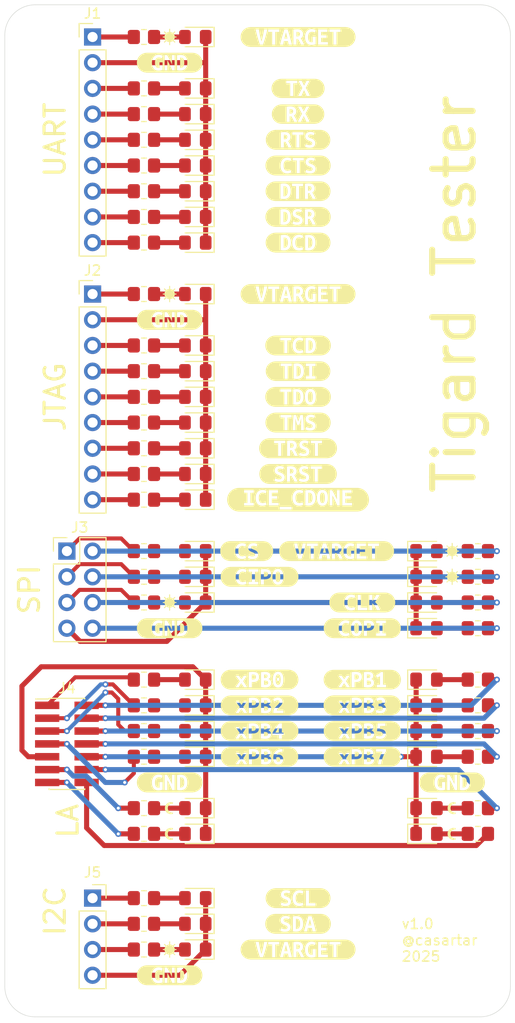
<source format=kicad_pcb>
(kicad_pcb (version 20240108) (generator "pcbnew") (generator_version "8.0")
  (title_block (title "Tigard Tester") (date "2025-01-11") (rev "v1.0") (company "@casartar"))
  (layers (0 "F.Cu" signal) (31 "B.Cu" signal) (34 "B.Paste" user) (35 "F.Paste" user) (36 "B.SilkS" user "B.Silkscreen") (37 "F.SilkS" user "F.Silkscreen") (38 "B.Mask" user) (39 "F.Mask" user) (44 "Edge.Cuts" user))
  (net 0 "")
  (net 1 "Net-(D1-A)")
  (net 2 "/UART_GND")
  (net 3 "Net-(D2-A)")
  (net 4 "Net-(D3-A)")
  (net 5 "Net-(D4-A)")
  (net 6 "Net-(D5-A)")
  (net 7 "Net-(D6-A)")
  (net 8 "Net-(D7-A)")
  (net 9 "Net-(D8-A)")
  (net 10 "Net-(D9-A)")
  (net 11 "/JTAG_GND")
  (net 12 "Net-(D10-A)")
  (net 13 "Net-(D11-A)")
  (net 14 "Net-(D12-A)")
  (net 15 "Net-(D13-A)")
  (net 16 "Net-(D14-A)")
  (net 17 "/SPI_GND")
  (net 18 "Net-(D15-A)")
  (net 19 "Net-(D16-A)")
  (net 20 "Net-(D17-A)")
  (net 21 "Net-(D18-A)")
  (net 22 "Net-(D19-A)")
  (net 23 "/SPI_GND_1")
  (net 24 "Net-(D20-A)")
  (net 25 "Net-(D21-A)")
  (net 26 "Net-(D22-A)")
  (net 27 "Net-(D23-A)")
  (net 28 "Net-(D24-A)")
  (net 29 "Net-(D25-A)")
  (net 30 "Net-(D26-A)")
  (net 31 "/I2C_GND")
  (net 32 "Net-(D27-A)")
  (net 33 "Net-(D28-A)")
  (net 34 "Net-(D29-A)")
  (net 35 "Net-(D30-A)")
  (net 36 "Net-(D31-A)")
  (net 37 "Net-(D32-A)")
  (net 38 "/SPI_GND_2")
  (net 39 "Net-(D33-A)")
  (net 40 "Net-(D34-A)")
  (net 41 "Net-(D35-A)")
  (net 42 "Net-(D36-A)")
  (net 43 "Net-(D37-A)")
  (net 44 "Net-(J1-Pin_6)")
  (net 45 "Net-(J1-Pin_1)")
  (net 46 "Net-(J1-Pin_5)")
  (net 47 "Net-(J1-Pin_4)")
  (net 48 "Net-(J1-Pin_8)")
  (net 49 "Net-(J1-Pin_3)")
  (net 50 "Net-(J2-Pin_8)")
  (net 51 "Net-(J2-Pin_7)")
  (net 52 "Net-(J2-Pin_1)")
  (net 53 "Net-(J2-Pin_3)")
  (net 54 "Net-(J2-Pin_4)")
  (net 55 "Net-(J2-Pin_5)")
  (net 56 "Net-(J2-Pin_6)")
  (net 57 "Net-(J4-Pin_4)")
  (net 58 "Net-(J4-Pin_3)")
  (net 59 "Net-(J4-Pin_5)")
  (net 60 "Net-(J4-Pin_8)")
  (net 61 "Net-(J4-Pin_1)")
  (net 62 "Net-(J4-Pin_7)")
  (net 63 "Net-(J4-Pin_6)")
  (net 64 "Net-(J5-Pin_2)")
  (net 65 "Net-(J5-Pin_3)")
  (net 66 "Net-(J5-Pin_1)")
  (net 67 "Net-(J3-Pin_4)")
  (net 68 "Net-(J3-Pin_3)")
  (net 69 "Net-(J3-Pin_5)")
  (net 70 "Net-(J3-Pin_8)")
  (net 71 "Net-(J3-Pin_1)")
  (net 72 "Net-(J3-Pin_6)")
  (net 73 "Net-(J1-Pin_9)")
  (net 74 "Net-(J1-Pin_7)")
  (net 75 "Net-(J2-Pin_9)")
  (net 76 "Net-(J3-Pin_2)")
  (net 77 "Net-(J4-Pin_2)")
  (net 78 "Net-(J4-Pin_13)")
  (net 79 "Net-(J4-Pin_11)")
  (net 80 "Net-(J4-Pin_14)")
  (net 81 "Net-(J4-Pin_12)")
  (net 82 "Net-(D38-A)")
  (footprint "Resistor_SMD:R_0805_2012Metric_Pad1.20x1.40mm_HandSolder" (layer "F.Cu") (at 144.78 114.3 180)
    (property "Reference" "R31" (hide yes))
    (property "Value" "1k" (hide yes))
  )
  (footprint "Resistor_SMD:R_0805_2012Metric_Pad1.20x1.40mm_HandSolder" (layer "F.Cu") (at 111.76 111.76 180)
    (property "Reference" "R28" (hide yes))
    (property "Value" "1k" (hide yes))
  )
  (footprint "LED_SMD:LED_0805_2012Metric_Pad1.15x1.40mm_HandSolder" (layer "F.Cu") (at 116.84 88.9 180)
    (property "Reference" "D16" (hide yes))
    (property "Value" "LED" (hide yes))
  )
  (footprint "MountingHole:MountingHole_3.2mm_M3" (layer "F.Cu") (at 145 137)
    (property "Reference" "H4" (hide yes))
    (property "Value" "MountingHole" (hide yes))
  )
  (footprint "Connector_PinHeader_2.54mm:PinHeader_2x04_P2.54mm_Vertical" (layer "F.Cu") (at 104.14 93.98)
    (property "Reference" "J3")
    (property "Value" "SPI")
  )
  (footprint "LED_SMD:LED_0805_2012Metric_Pad1.15x1.40mm_HandSolder" (layer "F.Cu") (at 116.84 96.52 180)
    (property "Reference" "D19" (hide yes))
    (property "Value" "LED" (hide yes))
  )
  (footprint "LED_SMD:LED_0805_2012Metric_Pad1.15x1.40mm_HandSolder" (layer "F.Cu") (at 116.84 78.74 180)
    (property "Reference" "D12" (hide yes))
    (property "Value" "LED" (hide yes))
  )
  (footprint "Resistor_SMD:R_0805_2012Metric_Pad1.20x1.40mm_HandSolder" (layer "F.Cu") (at 111.76 81.28)
    (property "Reference" "R13" (hide yes))
    (property "Value" "1k" (hide yes))
  )
  (footprint "kibuzzard-6782A18A" (layer "F.Cu") (at 114.3 101.6)
    (property "Reference" "kibuzzard-6782A18A" (hide yes))
    (property "Value" "G***" (hide yes))
  )
  (footprint "Resistor_SMD:R_0805_2012Metric_Pad1.20x1.40mm_HandSolder" (layer "F.Cu") (at 144.78 119.38 180)
    (property "Reference" "R33" (hide yes))
    (property "Value" "1k" (hide yes))
  )
  (footprint "Resistor_SMD:R_0805_2012Metric_Pad1.20x1.40mm_HandSolder" (layer "F.Cu") (at 111.76 60.96)
    (property "Reference" "R7" (hide yes))
    (property "Value" "1k" (hide yes))
  )
  (footprint "Resistor_SMD:R_0805_2012Metric_Pad1.20x1.40mm_HandSolder" (layer "F.Cu") (at 111.76 58.42)
    (property "Reference" "R6" (hide yes))
    (property "Value" "1k" (hide yes))
  )
  (footprint "LED_SMD:LED_0805_2012Metric_Pad1.15x1.40mm_HandSolder" (layer "F.Cu") (at 139.7 121.92)
    (property "Reference" "D35" (hide yes))
    (property "Value" "LED" (hide yes))
  )
  (footprint "Connector_PinHeader_2.54mm:PinHeader_1x09_P2.54mm_Vertical" (layer "F.Cu") (at 106.68 43.18)
    (property "Reference" "J1")
    (property "Value" "UART")
  )
  (footprint "LED_SMD:LED_0805_2012Metric_Pad1.15x1.40mm_HandSolder" (layer "F.Cu") (at 139.7 119.38)
    (property "Reference" "D33" (hide yes))
    (property "Value" "LED" (hide yes))
  )
  (footprint "LED_SMD:LED_0805_2012Metric_Pad1.15x1.40mm_HandSolder" (layer "F.Cu") (at 116.84 109.22 180)
    (property "Reference" "D26" (hide yes))
    (property "Value" "LED" (hide yes))
  )
  (footprint "kibuzzard-6782A158" (layer "F.Cu") (at 127 68.58)
    (property "Reference" "kibuzzard-6782A158" (hide yes))
    (property "Value" "G***" (hide yes))
  )
  (footprint "kibuzzard-6782A2E4" (layer "F.Cu") (at 127 88.9)
    (property "Reference" "kibuzzard-6782A2E4" (hide yes))
    (property "Value" "G***" (hide yes))
  )
  (footprint "kibuzzard-6782A1ED" (layer "F.Cu") (at 127 58.42)
    (property "Reference" "kibuzzard-6782A1ED" (hide yes))
    (property "Value" "G***" (hide yes))
  )
  (footprint "kibuzzard-6782A299" (layer "F.Cu") (at 127 81.28)
    (property "Reference" "kibuzzard-6782A299" (hide yes))
    (property "Value" "G***" (hide yes))
  )
  (footprint "kibuzzard-6782A92D" (layer "F.Cu") (at 133.35 101.6)
    (property "Reference" "kibuzzard-6782A92D" (hide yes))
    (property "Value" "G***" (hide yes))
  )
  (footprint "Resistor_SMD:R_0805_2012Metric_Pad1.20x1.40mm_HandSolder" (layer "F.Cu") (at 111.76 106.68 180)
    (property "Reference" "R24" (hide yes))
    (property "Value" "1k" (hide yes))
  )
  (footprint "kibuzzard-6782A691" (layer "F.Cu") (at 133.35 111.76)
    (property "Reference" "kibuzzard-6782A691" (hide yes))
    (property "Value" "G***" (hide yes))
  )
  (footprint "Resistor_SMD:R_0805_2012Metric_Pad1.20x1.40mm_HandSolder" (layer "F.Cu") (at 111.76 50.8)
    (property "Reference" "R3" (hide yes))
    (property "Value" "1k" (hide yes))
  )
  (footprint "kibuzzard-6782A158" (layer "F.Cu") (at 127 43.18)
    (property "Reference" "kibuzzard-6782A158" (hide yes))
    (property "Value" "G***" (hide yes))
  )
  (footprint "kibuzzard-6782A1AC" (layer "F.Cu") (at 127 48.26)
    (property "Reference" "kibuzzard-6782A1AC" (hide yes))
    (property "Value" "G***" (hide yes))
  )
  (footprint "kibuzzard-6782A18A" (layer "F.Cu") (at 114.3 71.12)
    (property "Reference" "kibuzzard-6782A18A" (hide yes))
    (property "Value" "G***" (hide yes))
  )
  (footprint "Resistor_SMD:R_0805_2012Metric_Pad1.20x1.40mm_HandSolder" (layer "F.Cu") (at 111.76 53.34)
    (property "Reference" "R4" (hide yes))
    (property "Value" "1k" (hide yes))
  )
  (footprint "Connector_PinHeader_2.54mm:PinHeader_1x09_P2.54mm_Vertical" (layer "F.Cu") (at 106.68 68.58)
    (property "Reference" "J2")
    (property "Value" "JTAG")
  )
  (footprint "Connector_PinSocket_2.54mm:PinSocket_1x04_P2.54mm_Vertical" (layer "F.Cu") (at 106.68 128.27)
    (property "Reference" "J5")
    (property "Value" "I2C")
  )
  (footprint "kibuzzard-6782A238" (layer "F.Cu") (at 127 73.66)
    (property "Reference" "kibuzzard-6782A238" (hide yes))
    (property "Value" "G***" (hide yes))
  )
  (footprint "Connector_PinHeader_1.27mm:PinHeader_2x07_P1.27mm_Vertical_SMD" (layer "F.Cu") (at 104.14 113.03)
    (property "Reference" "J4")
    (property "Value" "LA")
  )
  (footprint "Resistor_SMD:R_0805_2012Metric_Pad1.20x1.40mm_HandSolder" (layer "F.Cu") (at 111.76 68.58)
    (property "Reference" "R9" (hide yes))
    (property "Value" "1k" (hide yes))
  )
  (footprint "LED_SMD:LED_0805_2012Metric_Pad1.15x1.40mm_HandSolder" (layer "F.Cu") (at 116.84 106.68 180)
    (property "Reference" "D24" (hide yes))
    (property "Value" "LED" (hide yes))
  )
  (footprint "LED_SMD:LED_0805_2012Metric_Pad1.15x1.40mm_HandSolder" (layer "F.Cu") (at 116.84 68.58 180)
    (property "Reference" "D9" (hide yes))
    (property "Value" "LED" (hide yes))
  )
  (footprint "Resistor_SMD:R_0805_2012Metric_Pad1.20x1.40mm_HandSolder" (layer "F.Cu") (at 111.76 128.27)
    (property "Reference" "R36" (hide yes))
    (property "Value" "1k" (hide yes))
  )
  (footprint "Resistor_SMD:R_0805_2012Metric_Pad1.20x1.40mm_HandSolder" (layer "F.Cu") (at 111.765 99.06 180)
    (property "Reference" "R21" (hide yes))
    (property "Value" "1k" (hide yes))
  )
  (footprint "kibuzzard-6782A18A" (layer "F.Cu") (at 114.3 45.72)
    (property "Reference" "kibuzzard-6782A18A" (hide yes))
    (property "Value" "G***" (hide yes))
  )
  (footprint "Resistor_SMD:R_0805_2012Metric_Pad1.20x1.40mm_HandSolder" (layer "F.Cu") (at 111.76 119.38 180)
    (property "Reference" "R32" (hide yes))
    (property "Value" "1k" (hide yes))
  )
  (footprint "MountingHole:MountingHole_3.2mm_M3" (layer "F.Cu") (at 101 43)
    (property "Reference" "H1" (hide yes))
    (property "Value" "MountingHole" (hide yes))
  )
  (footprint "Resistor_SMD:R_0805_2012Metric_Pad1.20x1.40mm_HandSolder" (layer "F.Cu") (at 144.78 99.06 180)
    (property "Reference" "R22" (hide yes))
    (property "Value" "1k" (hide yes))
  )
  (footprint "Resistor_SMD:R_0805_2012Metric_Pad1.20x1.40mm_HandSolder" (layer "F.Cu") (at 111.76 55.88)
    (property "Reference" "R5" (hide yes))
    (property "Value" "1k" (hide yes))
  )
  (footprint "kibuzzard-6782A62E" (layer "F.Cu") (at 127 128.27)
    (property "Reference" "kibuzzard-6782A62E" (hide yes))
    (property "Value" "G***" (hide yes))
  )
  (footprint "LED_SMD:LED_0805_2012Metric_Pad1.15x1.40mm_HandSolder" (layer "F.Cu") (at 139.7 93.98)
    (property "Reference" "D18" (hide yes))
    (property "Value" "LED" (hide yes))
  )
  (footprint "kibuzzard-6782A697" (layer "F.Cu") (at 133.35 114.3)
    (property "Reference" "kibuzzard-6782A697" (hide yes))
    (property "Value" "G***" (hide yes))
  )
  (footprint "Resistor_SMD:R_0805_2012Metric_Pad1.20x1.40mm_HandSolder" (layer "F.Cu") (at 144.78 101.6 180)
    (property "Reference" "R23" (hide yes))
    (property "Value" "1k" (hide yes))
  )
  (footprint "LED_SMD:LED_0805_2012Metric_Pad1.15x1.40mm_HandSolder" (layer "F.Cu") (at 116.84 93.98 180)
    (property "Reference" "D17" (hide yes))
    (property "Value" "LED" (hide yes))
  )
  (footprint "kibuzzard-6782A18A" (layer "F.Cu") (at 114.3 135.89)
    (property "Reference" "kibuzzard-6782A18A" (hide yes))
    (property "Value" "G***" (hide yes))
  )
  (footprint "LED_SMD:LED_0805_2012Metric_Pad1.15x1.40mm_HandSolder" (layer "F.Cu") (at 116.84 119.38 180)
    (property "Reference" "D32" (hide yes))
    (property "Value" "LED" (hide yes))
  )
  (footprint "kibuzzard-6782A58D" (layer "F.Cu") (at 123.19 106.68)
    (property "Reference" "kibuzzard-6782A58D" (hide yes))
    (property "Value" "G***" (hide yes))
  )
  (footprint "Resistor_SMD:R_0805_2012Metric_Pad1.20x1.40mm_HandSolder" (layer "F.Cu") (at 111.76 78.74)
    (property "Reference" "R12" (hide yes))
    (property "Value" "1k" (hide yes))
  )
  (footprint "Resistor_SMD:R_0805_2012Metric_Pad1.20x1.40mm_HandSolder" (layer "F.Cu") (at 111.76 88.9)
    (property "Reference" "R16" (hide yes))
    (property "Value" "1k" (hide yes))
  )
  (footprint "LED_SMD:LED_0805_2012Metric_Pad1.15x1.40mm_HandSolder" (layer "F.Cu") (at 116.84 50.8 180)
    (property "Reference" "D3" (hide yes))
    (property "Value" "LED" (hide yes))
  )
  (footprint "Resistor_SMD:R_0805_2012Metric_Pad1.20x1.40mm_HandSolder" (layer "F.Cu") (at 144.78 109.22 180)
    (property "Reference" "R27" (hide yes))
    (property "Value" "1k" (hide yes))
  )
  (footprint "Resistor_SMD:R_0805_2012Metric_Pad1.20x1.40mm_HandSolder" (layer "F.Cu") (at 144.78 121.92 180)
    (property "Reference" "R35" (hide yes))
    (property "Value" "1k" (hide yes))
  )
  (footprint "LED_SMD:LED_0805_2012Metric_Pad1.15x1.40mm_HandSolder" (layer "F.Cu") (at 139.7 111.76)
    (property "Reference" "D29" (hide yes))
    (property "Value" "LED" (hide yes))
  )
  (footprint "kibuzzard-6782A5EC" (layer "F.Cu") (at 123.19 114.3)
    (property "Reference" "kibuzzard-6782A5EC" (hide yes))
    (property "Value" "G***" (hide yes))
  )
  (footprint "kibuzzard-6782A18A" (layer "F.Cu") (at 114.3 116.84)
    (property "Reference" "kibuzzard-6782A18A" (hide yes))
    (property "Value" "G***" (hide yes))
  )
  (footprint "LED_SMD:LED_0805_2012Metric_Pad1.15x1.40mm_HandSolder" (layer "F.Cu") (at 116.84 63.5 180)
    (property "Reference" "D8" (hide yes))
    (property "Value" "LED" (hide yes))
  )
  (footprint "LED_SMD:LED_0805_2012Metric_Pad1.15x1.40mm_HandSolder" (layer "F.Cu") (at 139.7 101.6)
    (property "Reference" "D23" (hide yes))
    (property "Value" "LED" (hide yes))
  )
  (footprint "kibuzzard-6782A63C" (layer "F.Cu") (at 127 133.35)
    (property "Reference" "kibuzzard-6782A63C" (hide yes))
    (property "Value" "G***" (hide yes))
  )
  (footprint "Resistor_SMD:R_0805_2012Metric_Pad1.20x1.40mm_HandSolder" (layer "F.Cu") (at 111.76 83.82)
    (property "Reference" "R14" (hide yes))
    (property "Value" "1k" (hide yes))
  )
  (footprint "LED_SMD:LED_0805_2012Metric_Pad1.15x1.40mm_HandSolder" (layer "F.Cu") (at 116.84 128.27 180)
    (property "Reference" "D36" (hide yes))
    (property "Value" "LED" (hide yes))
  )
  (footprint "MountingHole:MountingHole_3.2mm_M3" (layer "F.Cu") (at 101 137.16)
    (property "Reference" "H3" (hide yes))
    (property "Value" "MountingHole" (hide yes))
  )
  (footprint "LED_SMD:LED_0805_2012Metric_Pad1.15x1.40mm_HandSolder" (layer "F.Cu") (at 116.84 48.26 180)
    (property "Reference" "D2" (hide yes))
    (property "Value" "LED" (hide yes))
  )
  (footprint "LED_SMD:LED_0805_2012Metric_Pad1.15x1.40mm_HandSolder" (layer "F.Cu") (at 116.84 60.96 180)
    (property "Reference" "D7" (hide yes))
    (property "Value" "LED" (hide yes))
  )
  (footprint "kibuzzard-6782A2BB" (layer "F.Cu") (at 127 83.82)
    (property "Reference" "kibuzzard-6782A2BB" (hide yes))
    (property "Value" "G***" (hide yes))
  )
  (footprint "MountingHole:MountingHole_3.2mm_M3" (layer "F.Cu") (at 145 43)
    (property "Reference" "H2" (hide yes))
    (property "Value" "MountingHole" (hide yes))
  )
  (footprint "Resistor_SMD:R_0805_2012Metric_Pad1.20x1.40mm_HandSolder" (layer "F.Cu") (at 144.78 93.98 180)
    (property "Reference" "R18" (hide yes))
    (property "Value" "1k" (hide yes))
  )
  (footprint "kibuzzard-6782A68A" (layer "F.Cu") (at 133.35 109.22)
    (property "Reference" "kibuzzard-6782A68A" (hide yes))
    (property "Value" "G***" (hide yes))
  )
  (footprint "kibuzzard-6782A23E" (layer "F.Cu") (at 127 76.2)
    (property "Reference" "kibuzzard-6782A23E" (hide yes))
    (property "Value" "G***" (hide yes))
  )
  (footprint "kibuzzard-6782A158" (layer "F.Cu") (at 130.81 93.98)
    (property "Reference" "kibuzzard-6782A158" (hide yes))
    (property "Value" "G***" (hide yes))
  )
  (footprint "Resistor_SMD:R_0805_2012Metric_Pad1.20x1.40mm_HandSolder" (layer "F.Cu") (at 111.76 43.18)
    (property "Reference" "R1" (hide yes))
    (property "Value" "1k" (hide yes))
  )
  (footprint "kibuzzard-6782A342" (layer "F.Cu") (at 121.92 93.98)
    (property "Reference" "kibuzzard-6782A342" (hide yes))
    (property "Value" "G***" (hide yes))
  )
  (footprint "LED_SMD:LED_0805_2012Metric_Pad1.15x1.40mm_HandSolder" (layer "F.Cu") (at 116.84 81.28 180)
    (property "Reference" "D13" (hide yes))
    (property "Value" "LED" (hide yes))
  )
  (footprint "Resistor_SMD:R_0805_2012Metric_Pad1.20x1.40mm_HandSolder" (layer "F.Cu") (at 111.76 48.26)
    (property "Reference" "R2" (hide yes))
    (property "Value" "1k" (hide yes))
  )
  (footprint "kibuzzard-6782A593" (layer "F.Cu") (at 123.19 109.22)
    (property "Reference" "kibuzzard-6782A593" (hide yes))
    (property "Value" "G***" (hide yes))
  )
  (footprint "LED_SMD:LED_0805_2012Metric_Pad1.15x1.40mm_HandSolder" (layer "F.Cu") (at 116.84 76.2 180)
    (property "Reference" "D11" (hide yes))
    (property "Value" "LED" (hide yes))
  )
  (footprint "kibuzzard-6782A1B7" (layer "F.Cu") (at 127 50.8)
    (property "Reference" "kibuzzard-6782A1B7" (hide yes))
    (property "Value" "G***" (hide yes))
  )
  (footprint "LED_SMD:LED_0805_2012Metric_Pad1.15x1.40mm_HandSolder" (layer "F.Cu") (at 116.84 58.42 180)
    (property "Reference" "D6" (hide yes))
    (property "Value" "LED" (hide yes))
  )
  (footprint "LED_SMD:LED_0805_2012Metric_Pad1.15x1.40mm_HandSolder" (layer "F.Cu") (at 116.84 83.82 180)
    (property "Reference" "D14" (hide yes))
    (property "Value" "LED" (hide yes))
  )
  (footprint "LED_SMD:LED_0805_2012Metric_Pad1.15x1.40mm_HandSolder" (layer "F.Cu") (at 116.84 121.92 180)
    (property "Reference" "D34" (hide yes))
    (property "Value" "LED" (hide yes))
  )
  (footprint "Resistor_SMD:R_0805_2012Metric_Pad1.20x1.40mm_HandSolder" (layer "F.Cu") (at 111.76 93.98 180)
    (property "Reference" "R17" (hide yes))
    (property "Value" "1k" (hide yes))
  )
  (footprint "Resistor_SMD:R_0805_2012Metric_Pad1.20x1.40mm_HandSolder" (layer "F.Cu") (at 111.765 96.52 180)
    (property "Reference" "R19" (hide yes))
    (property "Value" "1k" (hide yes))
  )
  (footprint "kibuzzard-6782A685" (layer "F.Cu") (at 133.35 106.68)
    (property "Reference" "kibuzzard-6782A685" (hide yes))
    (property "Value" "G***" (hide yes))
  )
  (footprint "LED_SMD:LED_0805_2012Metric_Pad1.15x1.40mm_HandSolder" (layer "F.Cu") (at 116.84 86.36 180)
    (property "Reference" "D15" (hide yes))
    (property "Value" "LED" (hide yes))
  )
  (footprint "kibuzzard-6782A59C" (layer "F.Cu") (at 123.19 111.76)
    (property "Reference" "kibuzzard-6782A59C" (hide yes))
    (property "Value" "G***" (hide yes))
  )
  (footprint "LED_SMD:LED_0805_2012Metric_Pad1.15x1.40mm_HandSolder" (layer "F.Cu") (at 139.7 109.22)
    (property "Reference" "D27" (hide yes))
    (property "Value" "LED" (hide yes))
  )
  (footprint "Resistor_SMD:R_0805_2012Metric_Pad1.20x1.40mm_HandSolder" (layer "F.Cu") (at 111.76 114.3 180)
    (property "Reference" "R30" (hide yes))
    (property "Value" "1k" (hide yes))
  )
  (footprint "Resistor_SMD:R_0805_2012Metric_Pad1.20x1.40mm_HandSolder" (layer "F.Cu") (at 144.78 106.68 180)
    (property "Reference" "R25" (hide yes))
    (property "Value" "1k" (hide yes))
  )
  (footprint "LED_SMD:LED_0805_2012Metric_Pad1.15x1.40mm_HandSolder" (layer "F.Cu") (at 139.7 114.3)
    (property "Reference" "D31" (hide yes))
    (property "Value" "LED" (hide yes))
  )
  (footprint "LED_SMD:LED_0805_2012Metric_Pad1.15x1.40mm_HandSolder" (layer "F.Cu") (at 116.84 53.34 180)
    (property "Reference" "D4" (hide yes))
    (property "Value" "LED" (hide yes))
  )
  (footprint "kibuzzard-6782A18A" (layer "F.Cu") (at 142.24 116.84)
    (property "Reference" "kibuzzard-6782A18A" (hide yes))
    (property "Value" "G***" (hide yes))
  )
  (footprint "Resistor_SMD:R_0805_2012Metric_Pad1.20x1.40mm_HandSolder" (layer "F.Cu") (at 111.76 73.66)
    (property "Reference" "R10" (hide yes))
    (property "Value" "1k" (hide yes))
  )
  (footprint "Resistor_SMD:R_0805_2012Metric_Pad1.20x1.40mm_HandSolder" (layer "F.Cu") (at 144.78 111.76 180)
    (property "Reference" "R29" (hide yes))
    (property "Value" "1k" (hide yes))
  )
  (footprint "kibuzzard-6782A293" (layer "F.Cu") (at 127 78.74)
    (property "Reference" "kibuzzard-6782A293" (hide yes))
    (property "Value" "G***" (hide yes))
  )
  (footprint "LED_SMD:LED_0805_2012Metric_Pad1.15x1.40mm_HandSolder" (layer "F.Cu") (at 116.84 43.18 180)
    (property "Reference" "D1" (hide yes))
    (property "Value" "LED" (hide yes))
  )
  (footprint "LED_SMD:LED_0805_2012Metric_Pad1.15x1.40mm_HandSolder" (layer "F.Cu") (at 139.7 96.52)
    (property "Reference" "D20" (hide yes))
    (property "Value" "LED" (hide yes))
  )
  (footprint "Resistor_SMD:R_0805_2012Metric_Pad1.20x1.40mm_HandSolder" (layer "F.Cu") (at 111.76 130.81)
    (property "Reference" "R37" (hide yes))
    (property "Value" "1k" (hide yes))
  )
  (footprint "Resistor_SMD:R_0805_2012Metric_Pad1.20x1.40mm_HandSolder" (layer "F.Cu") (at 111.76 76.2)
    (property "Reference" "R11" (hide yes))
    (property "Value" "1k" (hide yes))
  )
  (footprint "kibuzzard-6782A634" (layer "F.Cu") (at 127 130.81)
    (property "Reference" "kibuzzard-6782A634" (hide yes))
    (property "Value" "G***" (hide yes))
  )
  (footprint "Resistor_SMD:R_0805_2012Metric_Pad1.20x1.40mm_HandSolder" (layer "F.Cu") (at 111.76 63.5)
    (property "Reference" "R8" (hide yes))
    (property "Value" "1k" (hide yes))
  )
  (footprint "Resistor_SMD:R_0805_2012Metric_Pad1.20x1.40mm_HandSolder" (layer "F.Cu") (at 111.76 133.35)
    (property "Reference" "R38" (hide yes))
    (property "Value" "1k" (hide yes))
  )
  (footprint "Resistor_SMD:R_0805_2012Metric_Pad1.20x1.40mm_HandSolder" (layer "F.Cu") (at 111.76 109.22 180)
    (property "Reference" "R26" (hide yes))
    (property "Value" "1k" (hide yes))
  )
  (footprint "LED_SMD:LED_0805_2012Metric_Pad1.15x1.40mm_HandSolder" (layer "F.Cu") (at 139.7 106.68)
    (property "Reference" "D25" (hide yes))
    (property "Value" "LED" (hide yes))
  )
  (footprint "Resistor_SMD:R_0805_2012Metric_Pad1.20x1.40mm_HandSolder" (layer "F.Cu") (at 144.78 96.52 180)
    (property "Reference" "R20" (hide yes))
    (property "Value" "1k" (hide yes))
  )
  (footprint "kibuzzard-6782A1FC" (layer "F.Cu") (at 127 60.96)
    (property "Reference" "kibuzzard-6782A1FC" (hide yes))
    (property "Value" "G***" (hide yes))
  )
  (footprint "kibuzzard-6782A20A" (layer "F.Cu") (at 127 63.5)
    (property "Reference" "kibuzzard-6782A20A" (hide yes))
    (property "Value" "G***" (hide yes))
  )
  (footprint "LED_SMD:LED_0805_2012Metric_Pad1.15x1.40mm_HandSolder" (layer "F.Cu") (at 116.84 55.88 180)
    (property "Reference" "D5" (hide yes))
    (property "Value" "LED" (hide yes))
  )
  (footprint "kibuzzard-6782A1C4" (layer "F.Cu") (at 127 53.34)
    (property "Reference" "kibuzzard-6782A1C4" (hide yes))
    (property "Value" "G***" (hide yes))
  )
  (footprint "kibuzzard-6782A2CB" (layer "F.Cu") (at 127 86.36)
    (property "Reference" "kibuzzard-6782A2CB" (hide yes))
    (property "Value" "G***" (hide yes))
  )
  (footprint "LED_SMD:LED_0805_2012Metric_Pad1.15x1.40mm_HandSolder" (layer "F.Cu") (at 139.7 99.06)
    (property "Reference" "D22" (hide yes))
    (property "Value" "LED" (hide yes))
  )
  (footprint "kibuzzard-6782A349" (layer "F.Cu") (at 123.19 96.52)
    (property "Reference" "kibuzzard-6782A349" (hide yes))
    (property "Value" "G***" (hide yes))
  )
  (footprint "LED_SMD:LED_0805_2012Metric_Pad1.15x1.40mm_HandSolder" (layer "F.Cu") (at 116.84 111.76 180)
    (property "Reference" "D28" (hide yes))
    (property "Value" "LED" (hide yes))
  )
  (footprint "LED_SMD:LED_0805_2012Metric_Pad1.15x1.40mm_HandSolder" (layer "F.Cu") (at 116.84 114.3 180)
    (property "Reference" "D30" (hide yes))
    (property "Value" "LED" (hide yes))
  )
  (footprint "LED_SMD:LED_0805_2012Metric_Pad1.15x1.40mm_HandSolder" (layer "F.Cu") (at 116.84 99.06 180)
    (property "Reference" "D21" (hide yes))
    (property "Value" "LED" (hide yes))
  )
  (footprint "Resistor_SMD:R_0805_2012Metric_Pad1.20x1.40mm_HandSolder" (layer "F.Cu") (at 111.76 121.92 180)
    (property "Reference" "R34" (hide yes))
    (property "Value" "1k" (hide yes))
  )
  (footprint "Resistor_SMD:R_0805_2012Metric_Pad1.20x1.40mm_HandSolder" (layer "F.Cu") (at 111.76 86.36)
    (property "Reference" "R15" (hide yes))
    (property "Value" "1k" (hide yes))
  )
  (footprint "LED_SMD:LED_0805_2012Metric_Pad1.15x1.40mm_HandSolder" (layer "F.Cu") (at 116.84 133.35 180)
    (property "Reference" "D38" (hide yes))
    (property "Value" "LED" (hide yes))
  )
  (footprint "LED_SMD:LED_0805_2012Metric_Pad1.15x1.40mm_HandSolder" (layer "F.Cu") (at 116.84 130.81 180)
    (property "Reference" "D37" (hide yes))
    (property "Value" "LED" (hide yes))
  )
  (footprint "LED_SMD:LED_0805_2012Metric_Pad1.15x1.40mm_HandSolder" (layer "F.Cu") (at 116.84 73.66 180)
    (property "Reference" "D10" (hide yes))
    (property "Value" "LED" (hide yes))
  )
  (footprint "kibuzzard-6782A1D3" (layer "F.Cu") (at 127 55.88)
    (property "Reference" "kibuzzard-6782A1D3" (hide yes))
    (property "Value" "G***" (hide yes))
  )
  (footprint "kibuzzard-6782A90E" (layer "F.Cu") (at 133.35 99.06)
    (property "Reference" "kibuzzard-6782A90E" (hide yes))
    (property "Value" "G***" (hide yes))
  )
  (gr_line (start 142.24 94.742) (end 142.24 93.98) (stroke (width 0.1)) (layer "F.SilkS"))
  (gr_arc (start 142.509636 122.428) (mid 142.001636 121.92) (end 142.509636 121.412) (stroke (width 0.15)) (layer "F.SilkS"))
  (gr_line (start 113.792 69.088) (end 114.3 68.58) (stroke (width 0.1)) (layer "F.SilkS"))
  (gr_line (start 113.792 99.568) (end 114.3 99.06) (stroke (width 0.1)) (layer "F.SilkS"))
  (gr_circle (center 114.3 99.06) (end 114.757905 99.06) (stroke (width 0.1)) (fill solid) (layer "F.SilkS"))
  (gr_line (start 114.3 68.58) (end 113.665 68.58) (stroke (width 0.1)) (layer "F.SilkS"))
  (gr_circle (center 114.3 68.58) (end 114.757905 68.58) (stroke (width 0.1)) (fill solid) (layer "F.SilkS"))
  (gr_line (start 114.3 43.942) (end 114.3 43.18) (stroke (width 0.1)) (layer "F.SilkS"))
  (gr_line (start 142.24 93.98) (end 142.875 93.98) (stroke (width 0.1)) (layer "F.SilkS"))
  (gr_line (start 114.3 99.822) (end 114.3 99.06) (stroke (width 0.1)) (layer "F.SilkS"))
  (gr_line (start 114.3 68.58) (end 113.792 69.088) (stroke (width 0.1)) (layer "F.SilkS"))
  (gr_circle (center 142.24 93.98) (end 142.697905 93.98) (stroke (width 0.1)) (fill solid) (layer "F.SilkS"))
  (gr_arc (start 114.554 122.428) (mid 114.046 121.92) (end 114.554 121.412) (stroke (width 0.15)) (layer "F.SilkS"))
  (gr_line (start 114.3 43.18) (end 114.808 42.672) (stroke (width 0.1)) (layer "F.SilkS"))
  (gr_line (start 142.24 93.98) (end 142.748 93.472) (stroke (width 0.1)) (layer "F.SilkS"))
  (gr_line (start 114.3 133.35) (end 113.792 133.858) (stroke (width 0.1)) (layer "F.SilkS"))
  (gr_line (start 114.3 99.06) (end 114.808 98.552) (stroke (width 0.1)) (layer "F.SilkS"))
  (gr_line (start 141.732 97.028) (end 142.24 96.52) (stroke (width 0.1)) (layer "F.SilkS"))
  (gr_line (start 114.3 133.35) (end 114.935 133.35) (stroke (width 0.1)) (layer "F.SilkS"))
  (gr_line (start 114.3 69.342) (end 114.3 68.58) (stroke (width 0.1)) (layer "F.SilkS"))
  (gr_circle (center 114.3 133.35) (end 114.757905 133.35) (stroke (width 0.1)) (fill solid) (layer "F.SilkS"))
  (gr_line (start 114.3 98.298) (end 114.3 99.06) (stroke (width 0.1)) (layer "F.SilkS"))
  (gr_line (start 114.3 68.58) (end 114.935 68.58) (stroke (width 0.1)) (layer "F.SilkS"))
  (gr_line (start 141.732 94.488) (end 142.24 93.98) (stroke (width 0.1)) (layer "F.SilkS"))
  (gr_line (start 114.3 134.112) (end 114.3 133.35) (stroke (width 0.1)) (layer "F.SilkS"))
  (gr_line (start 114.3 43.18) (end 113.665 43.18) (stroke (width 0.1)) (layer "F.SilkS"))
  (gr_line (start 114.3 68.58) (end 114.808 69.088) (stroke (width 0.1)) (layer "F.SilkS"))
  (gr_line (start 141.732 93.472) (end 142.24 93.98) (stroke (width 0.1)) (layer "F.SilkS"))
  (gr_line (start 114.3 67.818) (end 114.3 68.58) (stroke (width 0.1)) (layer "F.SilkS"))
  (gr_arc (start 114.554 119.888) (mid 114.046 119.38) (end 114.554 118.872) (stroke (width 0.15)) (layer "F.SilkS"))
  (gr_line (start 142.24 96.52) (end 141.605 96.52) (stroke (width 0.1)) (layer "F.SilkS"))
  (gr_line (start 114.3 42.418) (end 114.3 43.18) (stroke (width 0.1)) (layer "F.SilkS"))
  (gr_line (start 114.3 132.588) (end 114.3 133.35) (stroke (width 0.1)) (layer "F.SilkS"))
  (gr_line (start 113.792 68.072) (end 114.3 68.58) (stroke (width 0.1)) (layer "F.SilkS"))
  (gr_line (start 114.3 98.602095) (end 114.3 98.298) (stroke (width 0.1)) (layer "F.SilkS"))
  (gr_line (start 114.3 99.06) (end 113.665 99.06) (stroke (width 0.1)) (layer "F.SilkS"))
  (gr_line (start 114.3 43.18) (end 113.792 43.688) (stroke (width 0.1)) (layer "F.SilkS"))
  (gr_line (start 114.3 68.58) (end 113.792 68.072) (stroke (width 0.1)) (layer "F.SilkS"))
  (gr_line (start 114.3 43.18) (end 114.935 43.18) (stroke (width 0.1)) (layer "F.SilkS"))
  (gr_line (start 142.24 95.758) (end 142.24 96.52) (stroke (width 0.1)) (layer "F.SilkS"))
  (gr_line (start 114.3 68.58) (end 114.808 68.072) (stroke (width 0.1)) (layer "F.SilkS"))
  (gr_arc (start 142.509636 119.888) (mid 142.001636 119.38) (end 142.509636 118.872) (stroke (width 0.15)) (layer "F.SilkS"))
  (gr_arc (start 142.509636 122.428) (mid 141.859 121.92) (end 142.509636 121.412) (stroke (width 0.15)) (layer "F.SilkS"))
  (gr_arc (start 114.554 122.428) (mid 113.903364 121.92) (end 114.554 121.412) (stroke (width 0.15)) (layer "F.SilkS"))
  (gr_line (start 114.3 99.06) (end 113.792 99.568) (stroke (width 0.1)) (layer "F.SilkS"))
  (gr_line (start 142.24 93.98) (end 141.732 94.488) (stroke (width 0.1)) (layer "F.SilkS"))
  (gr_line (start 142.24 93.98) (end 141.732 93.472) (stroke (width 0.1)) (layer "F.SilkS"))
  (gr_line (start 114.3 133.35) (end 113.792 132.842) (stroke (width 0.1)) (layer "F.SilkS"))
  (gr_circle (center 114.3 43.18) (end 114.757905 43.18) (stroke (width 0.1)) (fill solid) (layer "F.SilkS"))
  (gr_line (start 113.792 43.688) (end 114.3 43.18) (stroke (width 0.1)) (layer "F.SilkS"))
  (gr_line (start 142.24 93.98) (end 141.605 93.98) (stroke (width 0.1)) (layer "F.SilkS"))
  (gr_line (start 142.24 97.282) (end 142.24 96.52) (stroke (width 0.1)) (layer "F.SilkS"))
  (gr_line (start 142.24 93.98) (end 142.748 94.488) (stroke (width 0.1)) (layer "F.SilkS"))
  (gr_line (start 142.24 93.218) (end 142.24 93.98) (stroke (width 0.1)) (layer "F.SilkS"))
  (gr_line (start 142.24 96.52) (end 141.732 96.012) (stroke (width 0.1)) (layer "F.SilkS"))
  (gr_line (start 142.24 96.52) (end 142.875 96.52) (stroke (width 0.1)) (layer "F.SilkS"))
  (gr_line (start 113.792 133.858) (end 114.3 133.35) (stroke (width 0.1)) (layer "F.SilkS"))
  (gr_line (start 141.732 96.012) (end 142.24 96.52) (stroke (width 0.1)) (layer "F.SilkS"))
  (gr_line (start 114.3 42.722095) (end 114.3 42.418) (stroke (width 0.1)) (layer "F.SilkS"))
  (gr_arc (start 142.509636 119.888) (mid 141.859 119.38) (end 142.509636 118.872) (stroke (width 0.15)) (layer "F.SilkS"))
  (gr_line (start 114.3 68.122095) (end 114.3 67.818) (stroke (width 0.1)) (layer "F.SilkS"))
  (gr_line (start 114.3 99.06) (end 113.792 98.552) (stroke (width 0.1)) (layer "F.SilkS"))
  (gr_line (start 113.792 132.842) (end 114.3 133.35) (stroke (width 0.1)) (layer "F.SilkS"))
  (gr_arc (start 114.554 119.888) (mid 113.903364 119.38) (end 114.554 118.872) (stroke (width 0.15)) (layer "F.SilkS"))
  (gr_line (start 114.3 43.18) (end 114.808 43.688) (stroke (width 0.1)) (layer "F.SilkS"))
  (gr_line (start 113.792 42.672) (end 114.3 43.18) (stroke (width 0.1)) (layer "F.SilkS"))
  (gr_circle (center 142.24 96.52) (end 142.697905 96.52) (stroke (width 0.1)) (fill solid) (layer "F.SilkS"))
  (gr_line (start 142.24 96.52) (end 142.748 96.012) (stroke (width 0.1)) (layer "F.SilkS"))
  (gr_line (start 113.792 98.552) (end 114.3 99.06) (stroke (width 0.1)) (layer "F.SilkS"))
  (gr_line (start 114.3 99.06) (end 114.808 99.568) (stroke (width 0.1)) (layer "F.SilkS"))
  (gr_line (start 114.3 133.35) (end 114.808 132.842) (stroke (width 0.1)) (layer "F.SilkS"))
  (gr_line (start 142.24 96.52) (end 141.732 97.028) (stroke (width 0.1)) (layer "F.SilkS"))
  (gr_line (start 114.3 99.06) (end 114.935 99.06) (stroke (width 0.1)) (layer "F.SilkS"))
  (gr_line (start 114.3 43.18) (end 113.792 42.672) (stroke (width 0.1)) (layer "F.SilkS"))
  (gr_line (start 114.3 133.35) (end 114.808 133.858) (stroke (width 0.1)) (layer "F.SilkS"))
  (gr_line (start 114.3 133.35) (end 113.665 133.35) (stroke (width 0.1)) (layer "F.SilkS"))
  (gr_line (start 114.3 132.892095) (end 114.3 132.588) (stroke (width 0.1)) (layer "F.SilkS"))
  (gr_line (start 142.24 96.062095) (end 142.24 95.758) (stroke (width 0.1)) (layer "F.SilkS"))
  (gr_line (start 142.24 96.52) (end 142.748 97.028) (stroke (width 0.1)) (layer "F.SilkS"))
  (gr_line (start 142.24 93.522095) (end 142.24 93.218) (stroke (width 0.1)) (layer "F.SilkS"))
  (gr_arc (start 101 140) (mid 98.87868 139.12132) (end 98 137) (stroke (width 0.05)) (layer "Edge.Cuts"))
  (gr_arc (start 148 137) (mid 147.12132 139.12132) (end 145 140) (stroke (width 0.05)) (layer "Edge.Cuts"))
  (gr_line (start 148 137) (end 148 43) (stroke (width 0.05)) (layer "Edge.Cuts"))
  (gr_arc (start 145 40) (mid 147.12132 40.87868) (end 148 43) (stroke (width 0.05)) (layer "Edge.Cuts"))
  (gr_line (start 145 40) (end 101 40) (stroke (width 0.05)) (layer "Edge.Cuts"))
  (gr_line (start 98 43) (end 98 137) (stroke (width 0.05)) (layer "Edge.Cuts"))
  (gr_arc (start 98 43) (mid 98.87868 40.87868) (end 101 40) (stroke (width 0.05)) (layer "Edge.Cuts"))
  (gr_line (start 101 140) (end 145 140) (stroke (width 0.05)) (layer "Edge.Cuts"))
  (gr_text "v1.0\n@casartar\n2025" (at 137.16 134.62 0) (layer "F.SilkS") (effects (font (size 1 1)) (justify left bottom)))
  (gr_text "I2C" (at 104.14 129.54 90) (layer "F.SilkS") (effects (font (size 2 2) (thickness 0.3)) (justify bottom)))
  (gr_text "Tigard Tester" (at 144.78 68.58 90) (layer "F.SilkS") (effects (font (size 4 4) (thickness 0.6)) (justify bottom)))
  (gr_text "JTAG" (at 104.14 78.74 90) (layer "F.SilkS") (effects (font (size 2 2) (thickness 0.3)) (justify bottom)))
  (gr_text "SPI" (at 101.6 97.79 90) (layer "F.SilkS") (effects (font (size 2 2) (thickness 0.3)) (justify bottom)))
  (gr_text "UART" (at 104.14 53.34 90) (layer "F.SilkS") (effects (font (size 2 2) (thickness 0.3)) (justify bottom)))
  (gr_text "LA" (at 105.41 120.65 90) (layer "F.SilkS") (effects (font (size 2 2) (thickness 0.3)) (justify bottom)))
  (segment (start 112.76 43.18) (end 115.815 43.18) (width 0.5) (layer "F.Cu") (net 1))
  (segment (start 117.865 43.18) (end 117.865 45.72) (width 0.5) (layer "F.Cu") (net 2))
  (segment (start 117.865 45.72) (end 117.865 63.5) (width 0.5) (layer "F.Cu") (net 2))
  (segment (start 106.68 45.72) (end 117.865 45.72) (width 0.5) (layer "F.Cu") (net 2))
  (segment (start 112.76 48.26) (end 115.815 48.26) (width 0.5) (layer "F.Cu") (net 3))
  (segment (start 112.76 50.8) (end 115.815 50.8) (width 0.5) (layer "F.Cu") (net 4))
  (segment (start 112.76 53.34) (end 115.815 53.34) (width 0.5) (layer "F.Cu") (net 5))
  (segment (start 112.76 55.88) (end 115.815 55.88) (width 0.5) (layer "F.Cu") (net 6))
  (segment (start 112.76 58.42) (end 115.815 58.42) (width 0.5) (layer "F.Cu") (net 7))
  (segment (start 112.76 60.96) (end 115.815 60.96) (width 0.5) (layer "F.Cu") (net 8))
  (segment (start 112.76 63.5) (end 115.815 63.5) (width 0.5) (layer "F.Cu") (net 9))
  (segment (start 112.76 68.58) (end 115.815 68.58) (width 0.5) (layer "F.Cu") (net 10))
  (segment (start 117.865 68.58) (end 117.865 71.12) (width 0.5) (layer "F.Cu") (net 11))
  (segment (start 117.865 71.12) (end 117.865 88.9) (width 0.5) (layer "F.Cu") (net 11))
  (segment (start 106.68 71.12) (end 117.865 71.12) (width 0.5) (layer "F.Cu") (net 11))
  (segment (start 112.76 73.66) (end 115.815 73.66) (width 0.5) (layer "F.Cu") (net 12))
  (segment (start 112.76 76.2) (end 115.815 76.2) (width 0.5) (layer "F.Cu") (net 13))
  (segment (start 112.76 78.74) (end 115.815 78.74) (width 0.5) (layer "F.Cu") (net 14))
  (segment (start 112.76 81.28) (end 115.815 81.28) (width 0.5) (layer "F.Cu") (net 15))
  (segment (start 112.76 83.82) (end 115.815 83.82) (width 0.5) (layer "F.Cu") (net 16))
  (segment (start 105.44 102.9) (end 114.025 102.9) (width 0.5) (layer "F.Cu") (net 17))
  (segment (start 117.865 99.06) (end 138.675 99.06) (width 0.5) (layer "F.Cu") (net 17))
  (segment (start 138.675 93.98) (end 138.675 101.6) (width 0.5) (layer "F.Cu") (net 17))
  (segment (start 104.14 101.6) (end 105.44 102.9) (width 0.5) (layer "F.Cu") (net 17))
  (segment (start 117.865 93.98) (end 117.865 99.06) (width 0.5) (layer "F.Cu") (net 17))
  (segment (start 114.025 102.9) (end 117.865 99.06) (width 0.5) (layer "F.Cu") (net 17))
  (segment (start 112.76 86.36) (end 115.815 86.36) (width 0.5) (layer "F.Cu") (net 18))
  (segment (start 112.76 88.9) (end 115.815 88.9) (width 0.5) (layer "F.Cu") (net 19))
  (segment (start 112.76 93.98) (end 115.815 93.98) (width 0.5) (layer "F.Cu") (net 20))
  (segment (start 140.725 93.98) (end 143.78 93.98) (width 0.5) (layer "F.Cu") (net 21))
  (segment (start 112.765 96.52) (end 115.815 96.52) (width 0.5) (layer "F.Cu") (net 22))
  (segment (start 138.675 121.92) (end 138.675 114.173) (width 0.5) (layer "F.Cu") (net 23))
  (segment (start 106.09 114.3) (end 107.95 114.3) (width 0.5) (layer "F.Cu") (net 23))
  (segment (start 138.675 106.68) (end 138.675 114.173) (width 0.5) (layer "F.Cu") (net 23))
  (segment (start 137.16 114.3) (end 138.675 114.3) (width 0.5) (layer "F.Cu") (net 23))
  (via (at 137.16 114.3) (size 0.6) (drill 0.3) (layers "F.Cu" "B.Cu") (net 23))
  (via (at 107.95 114.3) (size 0.6) (drill 0.3) (layers "F.Cu" "B.Cu") (net 23))
  (segment (start 107.95 114.3) (end 137.16 114.3) (width 0.5) (layer "B.Cu") (net 23))
  (segment (start 140.725 96.52) (end 143.78 96.52) (width 0.5) (layer "F.Cu") (net 24))
  (segment (start 112.765 99.06) (end 115.815 99.06) (width 0.5) (layer "F.Cu") (net 25))
  (segment (start 140.725 99.06) (end 143.78 99.06) (width 0.5) (layer "F.Cu") (net 26))
  (segment (start 140.725 101.6) (end 143.78 101.6) (width 0.5) (layer "F.Cu") (net 27))
  (segment (start 112.76 106.68) (end 115.815 106.68) (width 0.5) (layer "F.Cu") (net 28))
  (segment (start 140.725 106.68) (end 143.78 106.68) (width 0.5) (layer "F.Cu") (net 29))
  (segment (start 112.76 109.22) (end 115.815 109.22) (width 0.5) (layer "F.Cu") (net 30))
  (segment (start 106.68 135.89) (end 115.325 135.89) (width 0.5) (layer "F.Cu") (net 31))
  (segment (start 115.325 135.89) (end 117.865 133.35) (width 0.5) (layer "F.Cu") (net 31))
  (segment (start 117.865 128.27) (end 117.865 133.35) (width 0.5) (layer "F.Cu") (net 31))
  (segment (start 140.725 109.22) (end 143.78 109.22) (width 0.5) (layer "F.Cu") (net 32))
  (segment (start 112.76 111.76) (end 115.815 111.76) (width 0.5) (layer "F.Cu") (net 33))
  (segment (start 140.725 111.76) (end 143.78 111.76) (width 0.5) (layer "F.Cu") (net 34))
  (segment (start 112.76 114.3) (end 115.815 114.3) (width 0.5) (layer "F.Cu") (net 35))
  (segment (start 140.725 114.3) (end 143.78 114.3) (width 0.5) (layer "F.Cu") (net 36))
  (segment (start 112.76 119.38) (end 115.815 119.38) (width 0.5) (layer "F.Cu") (net 37))
  (segment (start 102.19 114.3) (end 100.33 114.3) (width 0.5) (layer "F.Cu") (net 38))
  (segment (start 116.595 105.41) (end 117.865 106.68) (width 0.5) (layer "F.Cu") (net 38))
  (segment (start 99.695 113.665) (end 99.695 107.315) (width 0.5) (layer "F.Cu") (net 38))
  (segment (start 100.33 114.3) (end 99.695 113.665) (width 0.5) (layer "F.Cu") (net 38))
  (segment (start 101.6 105.41) (end 116.595 105.41) (width 0.5) (layer "F.Cu") (net 38))
  (segment (start 99.695 107.315) (end 101.6 105.41) (width 0.5) (layer "F.Cu") (net 38))
  (segment (start 117.865 106.68) (end 117.865 121.92) (width 0.5) (layer "F.Cu") (net 38))
  (segment (start 140.725 119.38) (end 143.78 119.38) (width 0.5) (layer "F.Cu") (net 39))
  (segment (start 112.76 121.92) (end 115.815 121.92) (width 0.5) (layer "F.Cu") (net 40))
  (segment (start 140.725 121.92) (end 143.78 121.92) (width 0.5) (layer "F.Cu") (net 41))
  (segment (start 112.76 128.27) (end 115.815 128.27) (width 0.5) (layer "F.Cu") (net 42))
  (segment (start 112.76 130.81) (end 115.815 130.81) (width 0.5) (layer "F.Cu") (net 43))
  (segment (start 106.68 55.88) (end 110.76 55.88) (width 0.5) (layer "F.Cu") (net 44))
  (segment (start 106.68 43.18) (end 110.76 43.18) (width 0.5) (layer "F.Cu") (net 45))
  (segment (start 106.68 53.34) (end 110.76 53.34) (width 0.5) (layer "F.Cu") (net 46))
  (segment (start 106.68 50.8) (end 110.76 50.8) (width 0.5) (layer "F.Cu") (net 47))
  (segment (start 106.68 60.96) (end 110.76 60.96) (width 0.5) (layer "F.Cu") (net 48))
  (segment (start 106.68 48.26) (end 110.76 48.26) (width 0.5) (layer "F.Cu") (net 49))
  (segment (start 106.68 86.36) (end 110.76 86.36) (width 0.5) (layer "F.Cu") (net 50))
  (segment (start 106.68 83.82) (end 110.76 83.82) (width 0.5) (layer "F.Cu") (net 51))
  (segment (start 106.68 68.58) (end 110.76 68.58) (width 0.5) (layer "F.Cu") (net 52))
  (segment (start 106.68 73.66) (end 110.76 73.66) (width 0.5) (layer "F.Cu") (net 53))
  (segment (start 106.68 76.2) (end 110.76 76.2) (width 0.5) (layer "F.Cu") (net 54))
  (segment (start 106.68 78.74) (end 110.76 78.74) (width 0.5) (layer "F.Cu") (net 55))
  (segment (start 106.68 81.28) (end 110.76 81.28) (width 0.5) (layer "F.Cu") (net 56))
  (segment (start 145.78 109.22) (end 146.66 109.22) (width 0.5) (layer "F.Cu") (net 57))
  (segment (start 106.09 110.49) (end 107.95 110.49) (width 0.5) (layer "F.Cu") (net 57))
  (via (at 146.66 109.22) (size 0.6) (drill 0.3) (layers "F.Cu" "B.Cu") (net 57))
  (via (at 107.95 110.49) (size 0.6) (drill 0.3) (layers "F.Cu" "B.Cu") (net 57))
  (segment (start 145.39 110.49) (end 146.66 109.22) (width 0.5) (layer "B.Cu") (net 57))
  (segment (start 107.95 110.49) (end 145.39 110.49) (width 0.5) (layer "B.Cu") (net 57))
  (segment (start 109.0375 107.4975) (end 108.855 107.315) (width 0.4) (layer "F.Cu") (net 58))
  (segment (start 102.19 110.49) (end 104.14 110.49) (width 0.4) (layer "F.Cu") (net 58))
  (segment (start 110.76 109.22) (end 109.0375 107.4975) (width 0.4) (layer "F.Cu") (net 58))
  (segment (start 108.689997 107.149997) (end 107.95 107.149997) (width 0.4) (layer "F.Cu") (net 58))
  (segment (start 109.0375 107.4975) (end 108.689997 107.149997) (width 0.4) (layer "F.Cu") (net 58))
  (via (at 107.95 107.149997) (size 0.6) (drill 0.3) (layers "F.Cu" "B.Cu") (net 58))
  (via (at 104.14 110.49) (size 0.6) (drill 0.3) (layers "F.Cu" "B.Cu") (net 58))
  (segment (start 104.14 110.49) (end 107.480003 107.149997) (width 0.4) (layer "B.Cu") (net 58))
  (segment (start 107.480003 107.149997) (end 107.95 107.149997) (width 0.4) (layer "B.Cu") (net 58))
  (segment (start 109.22 108.585) (end 108.585 107.95) (width 0.4) (layer "F.Cu") (net 59))
  (segment (start 109.22 111.125) (end 109.22 108.585) (width 0.4) (layer "F.Cu") (net 59))
  (segment (start 109.855 111.76) (end 109.22 111.125) (width 0.4) (layer "F.Cu") (net 59))
  (segment (start 110.76 111.76) (end 109.855 111.76) (width 0.4) (layer "F.Cu") (net 59))
  (segment (start 108.585 107.95) (end 107.95 107.95) (width 0.4) (layer "F.Cu") (net 59))
  (segment (start 102.19 111.76) (end 104.14 111.76) (width 0.4) (layer "F.Cu") (net 59))
  (via (at 104.14 111.76) (size 0.6) (drill 0.3) (layers "F.Cu" "B.Cu") (net 59))
  (via (at 107.95 107.95) (size 0.6) (drill 0.3) (layers "F.Cu" "B.Cu") (net 59))
  (segment (start 104.14 111.76) (end 107.95 107.95) (width 0.4) (layer "B.Cu") (net 59))
  (segment (start 145.78 114.3) (end 146.66 114.3) (width 0.5) (layer "F.Cu") (net 60))
  (segment (start 106.09 113.03) (end 107.95 113.03) (width 0.5) (layer "F.Cu") (net 60))
  (via (at 107.95 113.03) (size 0.6) (drill 0.3) (layers "F.Cu" "B.Cu") (net 60))
  (via (at 146.66 114.3) (size 0.6) (drill 0.3) (layers "F.Cu" "B.Cu") (net 60))
  (segment (start 145.39 113.03) (end 146.66 114.3) (width 0.5) (layer "B.Cu") (net 60))
  (segment (start 107.95 113.03) (end 145.39 113.03) (width 0.5) (layer "B.Cu") (net 60))
  (segment (start 104.960003 106.449997) (end 110.529997 106.449997) (width 0.4) (layer "F.Cu") (net 61))
  (segment (start 110.529997 106.449997) (end 110.76 106.68) (width 0.4) (layer "F.Cu") (net 61))
  (segment (start 102.19 109.22) (end 104.960003 106.449997) (width 0.4) (layer "F.Cu") (net 61))
  (segment (start 110.76 114.3) (end 110.76 115.935) (width 0.4) (layer "F.Cu") (net 62))
  (segment (start 110.76 115.935) (end 109.855 116.84) (width 0.4) (layer "F.Cu") (net 62))
  (segment (start 102.19 113.03) (end 104.14 113.03) (width 0.5) (layer "F.Cu") (net 62))
  (via (at 104.14 113.03) (size 0.6) (drill 0.3) (layers "F.Cu" "B.Cu") (net 62))
  (via (at 109.855 116.84) (size 0.6) (drill 0.3) (layers "F.Cu" "B.Cu") (net 62))
  (segment (start 107.95 116.84) (end 109.855 116.84) (width 0.5) (layer "B.Cu") (net 62))
  (segment (start 104.14 113.03) (end 107.95 116.84) (width 0.5) (layer "B.Cu") (net 62))
  (segment (start 106.09 111.76) (end 107.95 111.76) (width 0.5) (layer "F.Cu") (net 63))
  (segment (start 145.78 111.76) (end 146.66 111.76) (width 0.5) (layer "F.Cu") (net 63))
  (via (at 146.66 111.76) (size 0.6) (drill 0.3) (layers "F.Cu" "B.Cu") (net 63))
  (via (at 107.95 111.76) (size 0.6) (drill 0.3) (layers "F.Cu" "B.Cu") (net 63))
  (segment (start 107.95 111.76) (end 146.66 111.76) (width 0.5) (layer "B.Cu") (net 63))
  (segment (start 106.68 130.81) (end 110.76 130.81) (width 0.5) (layer "F.Cu") (net 64))
  (segment (start 106.68 133.35) (end 110.76 133.35) (width 0.5) (layer "F.Cu") (net 65))
  (segment (start 106.68 128.27) (end 110.76 128.27) (width 0.5) (layer "F.Cu") (net 66))
  (segment (start 145.78 96.52) (end 146.66 96.52) (width 0.5) (layer "F.Cu") (net 67))
  (via (at 146.66 96.52) (size 0.6) (drill 0.3) (layers "F.Cu" "B.Cu") (net 67))
  (segment (start 106.68 96.52) (end 146.66 96.52) (width 0.5) (layer "B.Cu") (net 67))
  (segment (start 109.515 95.27) (end 110.765 96.52) (width 0.4) (layer "F.Cu") (net 68))
  (segment (start 104.14 96.52) (end 105.39 95.27) (width 0.4) (layer "F.Cu") (net 68))
  (segment (start 105.39 95.27) (end 109.515 95.27) (width 0.4) (layer "F.Cu") (net 68))
  (segment (start 104.14 99.06) (end 105.39 97.81) (width 0.4) (layer "F.Cu") (net 69))
  (segment (start 105.39 97.81) (end 109.515 97.81) (width 0.4) (layer "F.Cu") (net 69))
  (segment (start 109.515 97.81) (end 110.765 99.06) (width 0.4) (layer "F.Cu") (net 69))
  (segment (start 145.78 101.6) (end 146.66 101.6) (width 0.5) (layer "F.Cu") (net 70))
  (via (at 146.66 101.6) (size 0.6) (drill 0.3) (layers "F.Cu" "B.Cu") (net 70))
  (segment (start 106.68 101.6) (end 146.66 101.6) (width 0.5) (layer "B.Cu") (net 70))
  (segment (start 104.14 93.98) (end 105.39 92.73) (width 0.4) (layer "F.Cu") (net 71))
  (segment (start 109.51 92.73) (end 110.76 93.98) (width 0.4) (layer "F.Cu") (net 71))
  (segment (start 105.39 92.73) (end 109.51 92.73) (width 0.4) (layer "F.Cu") (net 71))
  (segment (start 145.78 99.06) (end 146.66 99.06) (width 0.5) (layer "F.Cu") (net 72))
  (via (at 146.66 99.06) (size 0.6) (drill 0.3) (layers "F.Cu" "B.Cu") (net 72))
  (segment (start 106.68 99.06) (end 146.66 99.06) (width 0.5) (layer "B.Cu") (net 72))
  (segment (start 106.68 63.5) (end 110.76 63.5) (width 0.5) (layer "F.Cu") (net 73))
  (segment (start 106.68 58.42) (end 110.76 58.42) (width 0.5) (layer "F.Cu") (net 74))
  (segment (start 106.68 88.9) (end 110.76 88.9) (width 0.5) (layer "F.Cu") (net 75))
  (segment (start 145.78 93.98) (end 146.66 93.98) (width 0.5) (layer "F.Cu") (net 76))
  (via (at 146.66 93.98) (size 0.6) (drill 0.3) (layers "F.Cu" "B.Cu") (net 76))
  (segment (start 106.68 93.98) (end 146.66 93.98) (width 0.5) (layer "B.Cu") (net 76))
  (segment (start 145.78 106.68) (end 146.66 106.68) (width 0.5) (layer "F.Cu") (net 77))
  (segment (start 106.09 109.22) (end 107.95 109.22) (width 0.5) (layer "F.Cu") (net 77))
  (via (at 146.66 106.68) (size 0.6) (drill 0.3) (layers "F.Cu" "B.Cu") (net 77))
  (via (at 107.95 109.22) (size 0.6) (drill 0.3) (layers "F.Cu" "B.Cu") (net 77))
  (segment (start 144.12 109.22) (end 146.66 106.68) (width 0.5) (layer "B.Cu") (net 77))
  (segment (start 107.95 109.22) (end 144.12 109.22) (width 0.5) (layer "B.Cu") (net 77))
  (segment (start 102.19 116.84) (end 104.14 116.84) (width 0.5) (layer "F.Cu") (net 78))
  (segment (start 110.76 121.92) (end 109.22 121.92) (width 0.5) (layer "F.Cu") (net 78))
  (via (at 104.14 116.84) (size 0.6) (drill 0.3) (layers "F.Cu" "B.Cu") (net 78))
  (via (at 109.22 121.92) (size 0.6) (drill 0.3) (layers "F.Cu" "B.Cu") (net 78))
  (segment (start 104.14 116.84) (end 109.22 121.92) (width 0.5) (layer "B.Cu") (net 78))
  (segment (start 102.19 115.57) (end 104.14 115.57) (width 0.5) (layer "F.Cu") (net 79))
  (segment (start 110.76 119.38) (end 109.22 119.38) (width 0.5) (layer "F.Cu") (net 79))
  (via (at 109.22 119.38) (size 0.6) (drill 0.3) (layers "F.Cu" "B.Cu") (net 79))
  (via (at 104.14 115.57) (size 0.6) (drill 0.3) (layers "F.Cu" "B.Cu") (net 79))
  (segment (start 106.045 116.205) (end 109.22 119.38) (width 0.5) (layer "B.Cu") (net 79))
  (segment (start 104.14 115.57) (end 104.775 116.205) (width 0.5) (layer "B.Cu") (net 79))
  (segment (start 104.775 116.205) (end 106.045 116.205) (width 0.5) (layer "B.Cu") (net 79))
  (segment (start 107.83 123.07) (end 106.09 121.33) (width 0.5) (layer "F.Cu") (net 80))
  (segment (start 106.09 121.33) (end 106.09 116.84) (width 0.5) (layer "F.Cu") (net 80))
  (segment (start 145.78 121.92) (end 144.63 123.07) (width 0.5) (layer "F.Cu") (net 80))
  (segment (start 144.63 123.07) (end 107.83 123.07) (width 0.5) (layer "F.Cu") (net 80))
  (segment (start 145.78 119.38) (end 146.66 119.38) (width 0.5) (layer "F.Cu") (net 81))
  (segment (start 106.09 115.57) (end 107.95 115.57) (width 0.5) (layer "F.Cu") (net 81))
  (via (at 146.66 119.38) (size 0.6) (drill 0.3) (layers "F.Cu" "B.Cu") (net 81))
  (via (at 107.95 115.57) (size 0.6) (drill 0.3) (layers "F.Cu" "B.Cu") (net 81))
  (segment (start 142.85 115.57) (end 146.66 119.38) (width 0.5) (layer "B.Cu") (net 81))
  (segment (start 107.95 115.57) (end 142.85 115.57) (width 0.5) (layer "B.Cu") (net 81))
  (segment (start 112.76 133.35) (end 115.815 133.35) (width 0.5) (layer "F.Cu") (net 82))
)
</source>
